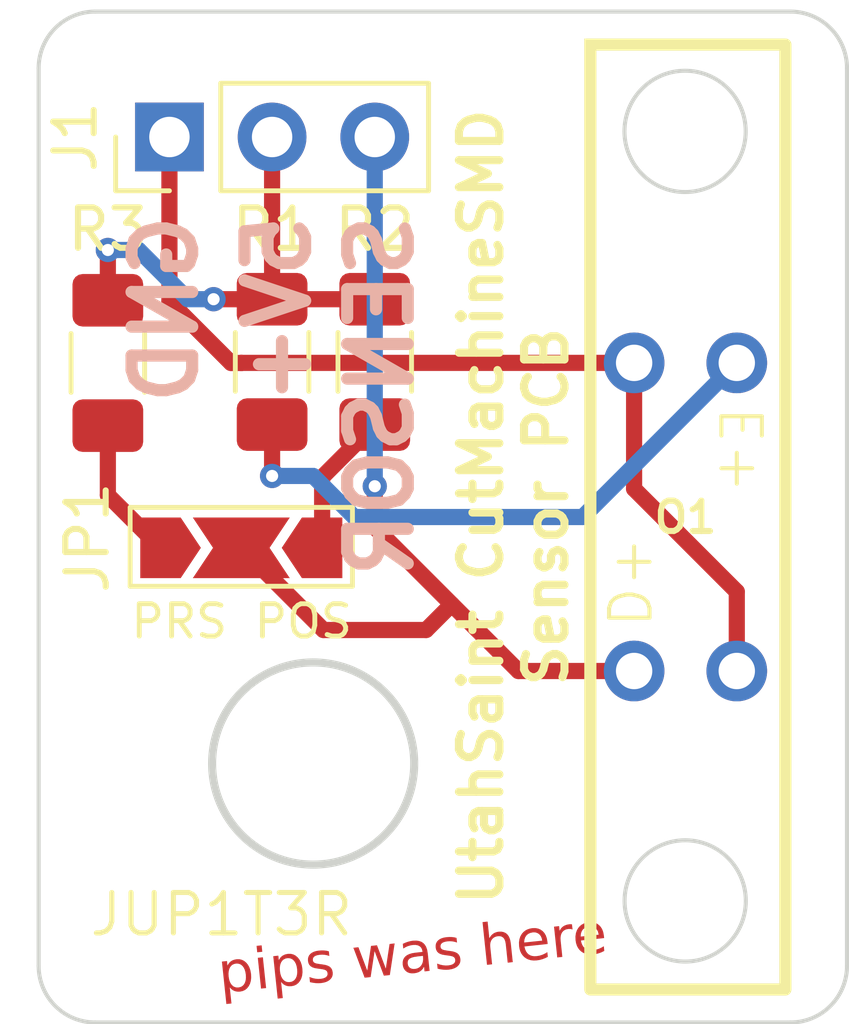
<source format=kicad_pcb>
(kicad_pcb (version 20240108) (generator "pcbnew") (generator_version "8.0")
  (layers (0 "F.Cu" signal) (31 "B.Cu" signal) (34 "B.Paste" user) (35 "F.Paste" user) (36 "B.SilkS" user "B.Silkscreen") (37 "F.SilkS" user "F.Silkscreen") (38 "B.Mask" user) (39 "F.Mask" user) (44 "Edge.Cuts" user))
  (net 0 "")
  (net 1 "Net-(J1-Pin_2)")
  (net 2 "Net-(J1-Pin_1)")
  (net 3 "Net-(J1-Pin_3)")
  (net 4 "Net-(O1-E+)")
  (net 5 "Net-(JP1-B)")
  (net 6 "Net-(JP1-A)")
  (footprint "Connector_PinHeader_2.54mm:PinHeader_1x03_P2.54mm_Vertical" (layer "F.Cu") (at 139.7 89.662 90)
    (property "Reference" "J1" (at 0 -2.33 90) (layer "F.SilkS"))
    (property "Value" "Conn_01x03_Pin")
    (fp_line (start -1.33 -1.33) (end 0 -1.33) (stroke (width 0.12)) (layer "F.SilkS"))
    (fp_line (start -1.33 0) (end -1.33 -1.33) (stroke (width 0.12)) (layer "F.SilkS"))
    (fp_line (start 1.33 1.27) (end 1.33 6.41) (stroke (width 0.12)) (layer "F.SilkS"))
    (fp_line (start -1.33 1.27) (end 1.33 1.27) (stroke (width 0.12)) (layer "F.SilkS"))
    (fp_line (start -1.33 1.27) (end -1.33 6.41) (stroke (width 0.12)) (layer "F.SilkS"))
    (fp_line (start -1.33 6.41) (end 1.33 6.41) (stroke (width 0.12)) (layer "F.SilkS"))
    (pad "1" thru_hole rect (at 0 0 90) (size 1.7 1.7) (drill 1) (layers "*.Cu" "*.Mask") (net 2 "Net-(J1-Pin_1)"))
    (pad "2" thru_hole oval (at 0 2.54 90) (size 1.7 1.7) (drill 1) (layers "*.Cu" "*.Mask") (net 1 "Net-(J1-Pin_2)"))
    (pad "3" thru_hole oval (at 0 5.08 90) (size 1.7 1.7) (drill 1) (layers "*.Cu" "*.Mask") (net 3 "Net-(J1-Pin_3)"))
  )
  (footprint "Minibadge:MOC7811" (layer "F.Cu") (at 152.467 99.565889)
    (property "Reference" "O1" (at 0 -0.5 0) (layer "F.SilkS") (effects (font (size 0.75 0.75))))
    (property "Value" "~")
    (fp_circle (center -0.009079 -10.042889) (end 1.490921 -10.042889) (stroke (width 0.1)) (fill none) (layer "Edge.Cuts"))
    (fp_circle (center -0.00647 8.988006) (end 1.49353 8.988006) (stroke (width 0.1)) (fill none) (layer "Edge.Cuts"))
    (fp_text user "D+" (at -0.762 2.286 90) (layer "F.SilkS") (effects (font (thickness 0.1)) (justify left bottom)))
    (fp_text user "E+" (at 0.762 -3.302 -90) (layer "F.SilkS") (effects (font (thickness 0.1)) (justify left bottom)))
    (pad "1" thru_hole circle (at 1.27 -4.318) (size 1.5 1.5) (drill 0.9) (layers "*.Cu" "*.Mask") (net 4 "Net-(O1-E+)"))
    (pad "2" thru_hole circle (at -1.27 -4.318) (size 1.5 1.5) (drill 0.9) (layers "*.Cu" "*.Mask") (net 2 "Net-(J1-Pin_1)"))
    (pad "3" thru_hole circle (at -1.27 3.302) (size 1.5 1.5) (drill 0.9) (layers "*.Cu" "*.Mask") (net 3 "Net-(J1-Pin_3)"))
    (pad "4" thru_hole circle (at 1.27 3.302) (size 1.5 1.5) (drill 0.9) (layers "*.Cu" "*.Mask") (net 2 "Net-(J1-Pin_1)"))
  )
  (footprint "Resistor_SMD:R_1206_3216Metric_Pad1.30x1.75mm_HandSolder" (layer "F.Cu") (at 142.24 95.224 -90)
    (property "Reference" "R1" (at -3.276 0 180) (layer "F.SilkS"))
    (property "Value" "10k")
    (fp_line (start -0.727064 0.91) (end 0.727064 0.91) (stroke (width 0.12)) (layer "F.SilkS"))
    (fp_line (start -0.727064 -0.91) (end 0.727064 -0.91) (stroke (width 0.12)) (layer "F.SilkS"))
    (pad "1" smd roundrect (at -1.55 0 270) (size 1.3 1.75) (layers "F.Cu" "F.Paste" "F.Mask") (roundrect_rratio 0.192308) (net 1 "Net-(J1-Pin_2)"))
    (pad "2" smd roundrect (at 1.55 0 270) (size 1.3 1.75) (layers "F.Cu" "F.Paste" "F.Mask") (roundrect_rratio 0.192308) (net 4 "Net-(O1-E+)"))
  )
  (footprint "Resistor_SMD:R_1206_3216Metric_Pad1.30x1.75mm_HandSolder" (layer "F.Cu") (at 144.78 95.224 -90)
    (property "Reference" "R2" (at -3.276 0 180) (layer "F.SilkS"))
    (property "Value" "2.2k")
    (fp_line (start -0.727064 0.91) (end 0.727064 0.91) (stroke (width 0.12)) (layer "F.SilkS"))
    (fp_line (start -0.727064 -0.91) (end 0.727064 -0.91) (stroke (width 0.12)) (layer "F.SilkS"))
    (pad "1" smd roundrect (at -1.55 0 270) (size 1.3 1.75) (layers "F.Cu" "F.Paste" "F.Mask") (roundrect_rratio 0.192308) (net 1 "Net-(J1-Pin_2)"))
    (pad "2" smd roundrect (at 1.55 0 270) (size 1.3 1.75) (layers "F.Cu" "F.Paste" "F.Mask") (roundrect_rratio 0.192308) (net 5 "Net-(JP1-B)"))
  )
  (footprint "Jumper:SolderJumper-3_P2.0mm_Open_TrianglePad1.0x1.5mm_NumberLabels" (layer "F.Cu") (at 141.478 99.822)
    (property "Reference" "JP1" (at -3.81 -0.254 -90) (layer "F.SilkS"))
    (property "Value" "SolderJumper_3_Open" (hide yes))
    (fp_line (start -2.75 -1) (end 2.75 -1) (stroke (width 0.12)) (layer "F.SilkS"))
    (fp_line (start -2.75 0.95) (end -2.75 -1) (stroke (width 0.12)) (layer "F.SilkS"))
    (fp_line (start 2.75 -1) (end 2.75 0.95) (stroke (width 0.12)) (layer "F.SilkS"))
    (fp_line (start 2.75 0.95) (end -2.75 0.95) (stroke (width 0.12)) (layer "F.SilkS"))
    (pad "1" smd custom (at -2 0) (size 0.3 0.3) (layers "F.Cu" "F.Mask") (net 6 "Net-(JP1-A)") (options (clearance outline) (anchor rect)) (primitives (gr_poly (pts (xy 1 0) (xy 0.5 0.75) (xy -0.5 0.75) (xy -0.5 -0.75) (xy 0.5 -0.75)) (width 0) (fill yes))))
    (pad "2" smd custom (at 0 0) (size 0.3 0.3) (layers "F.Cu") (net 3 "Net-(J1-Pin_3)") (options (clearance outline) (anchor rect)) (primitives (gr_poly (pts (xy 0.7 0) (xy 1.2 0.75) (xy -1.2 0.75) (xy -0.7 0) (xy -1.2 -0.75) (xy 1.2 -0.75)) (width 0) (fill yes))))
    (pad "3" smd custom (at 2 0 180) (size 0.3 0.3) (layers "F.Cu" "F.Mask") (net 5 "Net-(JP1-B)") (options (clearance outline) (anchor rect)) (primitives (gr_poly (pts (xy 1 0) (xy 0.5 0.75) (xy -0.5 0.75) (xy -0.5 -0.75) (xy 0.5 -0.75)) (width 0) (fill yes))))
  )
  (footprint "Resistor_SMD:R_1206_3216Metric_Pad1.30x1.75mm_HandSolder" (layer "F.Cu") (at 138.176 95.25 -90)
    (property "Reference" "R3" (at -3.302 0 180) (layer "F.SilkS"))
    (property "Value" "470")
    (fp_line (start -0.727064 0.91) (end 0.727064 0.91) (stroke (width 0.12)) (layer "F.SilkS"))
    (fp_line (start -0.727064 -0.91) (end 0.727064 -0.91) (stroke (width 0.12)) (layer "F.SilkS"))
    (pad "1" smd roundrect (at -1.55 0 270) (size 1.3 1.75) (layers "F.Cu" "F.Paste" "F.Mask") (roundrect_rratio 0.192308) (net 1 "Net-(J1-Pin_2)"))
    (pad "2" smd roundrect (at 1.55 0 270) (size 1.3 1.75) (layers "F.Cu" "F.Paste" "F.Mask") (roundrect_rratio 0.192308) (net 6 "Net-(JP1-A)"))
  )
  (gr_rect (start 150.114 87.376) (end 154.94 110.744) (stroke (width 0.3)) (fill none) (layer "F.SilkS"))
  (gr_arc (start 155.064 86.56) (mid 156.053949 86.970051) (end 156.464 87.96) (stroke (width 0.1)) (layer "Edge.Cuts"))
  (gr_arc (start 137.864 111.56) (mid 136.874051 111.149949) (end 136.464 110.16) (stroke (width 0.1)) (layer "Edge.Cuts"))
  (gr_arc (start 156.464 110.16) (mid 156.053949 111.149949) (end 155.064 111.56) (stroke (width 0.1)) (layer "Edge.Cuts"))
  (gr_line (start 155.064 111.56) (end 137.864 111.56) (stroke (width 0.1)) (layer "Edge.Cuts"))
  (gr_arc (start 136.464 87.96) (mid 136.874051 86.970051) (end 137.864 86.56) (stroke (width 0.1)) (layer "Edge.Cuts"))
  (gr_line (start 136.464 110.16) (end 136.464 87.96) (stroke (width 0.1)) (layer "Edge.Cuts"))
  (gr_line (start 137.864 86.56) (end 155.064 86.56) (stroke (width 0.1)) (layer "Edge.Cuts"))
  (gr_circle (center 143.256 105.156) (end 145.756 105.156) (stroke (width 0.2)) (fill none) (layer "Edge.Cuts"))
  (gr_line (start 156.464 87.96) (end 156.464 110.16) (stroke (width 0.1)) (layer "Edge.Cuts"))
  (gr_text "pips was here" (at 140.97 110.998 6) (layer "F.Cu") (effects (font (size 1 1)) (justify left bottom)))
  (gr_text "SENSOR" (at 145.796 91.44 90) (layer "B.SilkS") (effects (font (size 1.5 1.5) (thickness 0.3) (bold yes)) (justify left bottom mirror)))
  (gr_text "5V+" (at 143.256 91.44 90) (layer "B.SilkS") (effects (font (size 1.5 1.5) (thickness 0.3) (bold yes)) (justify left bottom mirror)))
  (gr_text "GND" (at 140.462 91.44 90) (layer "B.SilkS") (effects (font (size 1.5 1.5) (thickness 0.3) (bold yes)) (justify left bottom mirror)))
  (gr_text "UtahSaint CutMachineSMD\nSensor PCB" (at 149.606 98.806 90) (layer "F.SilkS") (effects (font (size 1 1) (thickness 0.2)) (justify bottom)))
  (gr_text "POS" (at 141.732 102.108 0) (layer "F.SilkS") (effects (font (size 0.8 0.8) (thickness 0.12)) (justify left bottom)))
  (gr_text "PRS" (at 138.684 102.108 0) (layer "F.SilkS") (effects (font (size 0.8 0.8) (thickness 0.12)) (justify left bottom)))
  (gr_text "JUP1T3R" (at 137.668 109.474 0) (layer "F.SilkS") (effects (font (size 1 1) (thickness 0.125)) (justify left bottom)))
  (segment (start 140.792998 93.674) (end 140.792088 93.67309) (width 0.4) (layer "F.Cu") (net 1))
  (segment (start 142.24 93.674) (end 142.24 89.662) (width 0.4) (layer "F.Cu") (net 1))
  (segment (start 142.24 93.674) (end 144.78 93.674) (width 0.4) (layer "F.Cu") (net 1))
  (segment (start 142.24 93.674) (end 140.792998 93.674) (width 0.4) (layer "F.Cu") (net 1))
  (segment (start 138.176 92.456) (end 138.176 93.7) (width 0.4) (layer "F.Cu") (net 1))
  (via (at 138.176 92.456) (size 0.6) (drill 0.3) (layers "F.Cu" "B.Cu") (net 1))
  (via (at 140.792088 93.67309) (size 0.6) (drill 0.3) (layers "F.Cu" "B.Cu") (net 1))
  (segment (start 138.176 92.456) (end 138.938 92.456) (width 0.4) (layer "B.Cu") (net 1))
  (segment (start 140.15509 93.67309) (end 140.792088 93.67309) (width 0.4) (layer "B.Cu") (net 1))
  (segment (start 138.938 92.456) (end 140.15509 93.67309) (width 0.4) (layer "B.Cu") (net 1))
  (segment (start 141.480111 95.247889) (end 151.197 95.247889) (width 0.4) (layer "F.Cu") (net 2))
  (segment (start 141.478 95.25) (end 141.480111 95.247889) (width 0.4) (layer "F.Cu") (net 2))
  (segment (start 151.197 98.365) (end 151.197 95.247889) (width 0.4) (layer "F.Cu") (net 2))
  (segment (start 139.7 93.726) (end 141.224 95.25) (width 0.4) (layer "F.Cu") (net 2))
  (segment (start 153.737 100.905) (end 151.197 98.365) (width 0.4) (layer "F.Cu") (net 2))
  (segment (start 139.7 89.662) (end 139.7 93.726) (width 0.4) (layer "F.Cu") (net 2))
  (segment (start 153.737 102.867889) (end 153.737 100.905) (width 0.4) (layer "F.Cu") (net 2))
  (segment (start 141.224 95.25) (end 141.478 95.25) (width 0.4) (layer "F.Cu") (net 2))
  (segment (start 141.478 99.822) (end 143.51 101.854) (width 0.4) (layer "F.Cu") (net 3))
  (segment (start 143.51 101.854) (end 146.05 101.854) (width 0.4) (layer "F.Cu") (net 3))
  (segment (start 146.05 101.854) (end 146.685 101.219) (width 0.4) (layer "F.Cu") (net 3))
  (segment (start 144.78 98.298) (end 144.78 99.314) (width 0.4) (layer "F.Cu") (net 3))
  (segment (start 148.333889 102.867889) (end 151.197 102.867889) (width 0.4) (layer "F.Cu") (net 3))
  (segment (start 144.78 99.314) (end 147.32 101.854) (width 0.4) (layer "F.Cu") (net 3))
  (segment (start 147.32 101.854) (end 148.333889 102.867889) (width 0.4) (layer "F.Cu") (net 3))
  (via (at 144.78 98.298) (size 0.6) (drill 0.3) (layers "F.Cu" "B.Cu") (net 3))
  (segment (start 144.78 89.662) (end 144.78 98.298) (width 0.4) (layer "B.Cu") (net 3))
  (segment (start 142.24 98.044) (end 142.24 96.774) (width 0.4) (layer "F.Cu") (net 4))
  (via (at 142.24 98.044) (size 0.6) (drill 0.3) (layers "F.Cu" "B.Cu") (net 4))
  (segment (start 144.272 99.06) (end 149.924889 99.06) (width 0.4) (layer "B.Cu") (net 4))
  (segment (start 149.924889 99.06) (end 153.737 95.247889) (width 0.4) (layer "B.Cu") (net 4))
  (segment (start 143.256 98.044) (end 144.272 99.06) (width 0.4) (layer "B.Cu") (net 4))
  (segment (start 142.24 98.044) (end 143.256 98.044) (width 0.4) (layer "B.Cu") (net 4))
  (segment (start 143.478 98.076) (end 144.78 96.774) (width 0.4) (layer "F.Cu") (net 5))
  (segment (start 143.478 99.822) (end 143.478 98.076) (width 0.4) (layer "F.Cu") (net 5))
  (segment (start 138.176 96.8) (end 138.176 98.52) (width 0.4) (layer "F.Cu") (net 6))
  (segment (start 138.176 98.52) (end 139.478 99.822) (width 0.4) (layer "F.Cu") (net 6))
)
</source>
